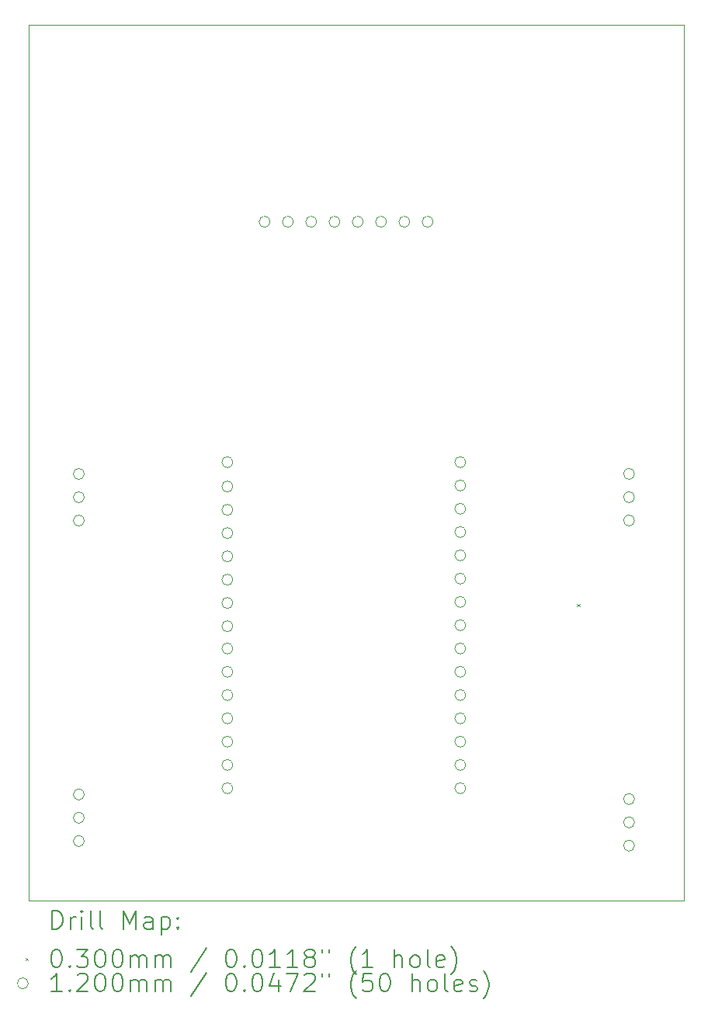
<source format=gbr>
%TF.GenerationSoftware,KiCad,Pcbnew,9.0.4*%
%TF.CreationDate,2025-09-06T12:28:13+03:00*%
%TF.ProjectId,esp32 flight controller,65737033-3220-4666-9c69-67687420636f,rev?*%
%TF.SameCoordinates,Original*%
%TF.FileFunction,Drillmap*%
%TF.FilePolarity,Positive*%
%FSLAX45Y45*%
G04 Gerber Fmt 4.5, Leading zero omitted, Abs format (unit mm)*
G04 Created by KiCad (PCBNEW 9.0.4) date 2025-09-06 12:28:13*
%MOMM*%
%LPD*%
G01*
G04 APERTURE LIST*
%ADD10C,0.038100*%
%ADD11C,0.200000*%
%ADD12C,0.100000*%
%ADD13C,0.120000*%
G04 APERTURE END LIST*
D10*
X8000000Y-3050000D02*
X8000000Y-4100000D01*
X15150000Y-3050000D02*
X8000000Y-3050000D01*
X15150000Y-4100000D02*
X15150000Y-3050000D01*
X8000000Y-4100000D02*
X8000000Y-12600000D01*
X15150000Y-12600000D02*
X15150000Y-4100000D01*
X8000000Y-12600000D02*
X15150000Y-12600000D01*
D11*
D12*
X13985000Y-9365000D02*
X14015000Y-9395000D01*
X14015000Y-9365000D02*
X13985000Y-9395000D01*
D13*
X8610000Y-7950000D02*
G75*
G02*
X8490000Y-7950000I-60000J0D01*
G01*
X8490000Y-7950000D02*
G75*
G02*
X8610000Y-7950000I60000J0D01*
G01*
X8610000Y-8204000D02*
G75*
G02*
X8490000Y-8204000I-60000J0D01*
G01*
X8490000Y-8204000D02*
G75*
G02*
X8610000Y-8204000I60000J0D01*
G01*
X8610000Y-8458000D02*
G75*
G02*
X8490000Y-8458000I-60000J0D01*
G01*
X8490000Y-8458000D02*
G75*
G02*
X8610000Y-8458000I60000J0D01*
G01*
X8610000Y-11446000D02*
G75*
G02*
X8490000Y-11446000I-60000J0D01*
G01*
X8490000Y-11446000D02*
G75*
G02*
X8610000Y-11446000I60000J0D01*
G01*
X8610000Y-11700000D02*
G75*
G02*
X8490000Y-11700000I-60000J0D01*
G01*
X8490000Y-11700000D02*
G75*
G02*
X8610000Y-11700000I60000J0D01*
G01*
X8610000Y-11954000D02*
G75*
G02*
X8490000Y-11954000I-60000J0D01*
G01*
X8490000Y-11954000D02*
G75*
G02*
X8610000Y-11954000I60000J0D01*
G01*
X10230000Y-7822000D02*
G75*
G02*
X10110000Y-7822000I-60000J0D01*
G01*
X10110000Y-7822000D02*
G75*
G02*
X10230000Y-7822000I60000J0D01*
G01*
X10230000Y-8088000D02*
G75*
G02*
X10110000Y-8088000I-60000J0D01*
G01*
X10110000Y-8088000D02*
G75*
G02*
X10230000Y-8088000I60000J0D01*
G01*
X10230000Y-8342000D02*
G75*
G02*
X10110000Y-8342000I-60000J0D01*
G01*
X10110000Y-8342000D02*
G75*
G02*
X10230000Y-8342000I60000J0D01*
G01*
X10230000Y-8596000D02*
G75*
G02*
X10110000Y-8596000I-60000J0D01*
G01*
X10110000Y-8596000D02*
G75*
G02*
X10230000Y-8596000I60000J0D01*
G01*
X10230000Y-8850000D02*
G75*
G02*
X10110000Y-8850000I-60000J0D01*
G01*
X10110000Y-8850000D02*
G75*
G02*
X10230000Y-8850000I60000J0D01*
G01*
X10230000Y-9104000D02*
G75*
G02*
X10110000Y-9104000I-60000J0D01*
G01*
X10110000Y-9104000D02*
G75*
G02*
X10230000Y-9104000I60000J0D01*
G01*
X10230000Y-9358000D02*
G75*
G02*
X10110000Y-9358000I-60000J0D01*
G01*
X10110000Y-9358000D02*
G75*
G02*
X10230000Y-9358000I60000J0D01*
G01*
X10230000Y-9612000D02*
G75*
G02*
X10110000Y-9612000I-60000J0D01*
G01*
X10110000Y-9612000D02*
G75*
G02*
X10230000Y-9612000I60000J0D01*
G01*
X10230000Y-9854000D02*
G75*
G02*
X10110000Y-9854000I-60000J0D01*
G01*
X10110000Y-9854000D02*
G75*
G02*
X10230000Y-9854000I60000J0D01*
G01*
X10230000Y-10108000D02*
G75*
G02*
X10110000Y-10108000I-60000J0D01*
G01*
X10110000Y-10108000D02*
G75*
G02*
X10230000Y-10108000I60000J0D01*
G01*
X10230000Y-10362000D02*
G75*
G02*
X10110000Y-10362000I-60000J0D01*
G01*
X10110000Y-10362000D02*
G75*
G02*
X10230000Y-10362000I60000J0D01*
G01*
X10230000Y-10616000D02*
G75*
G02*
X10110000Y-10616000I-60000J0D01*
G01*
X10110000Y-10616000D02*
G75*
G02*
X10230000Y-10616000I60000J0D01*
G01*
X10230000Y-10870000D02*
G75*
G02*
X10110000Y-10870000I-60000J0D01*
G01*
X10110000Y-10870000D02*
G75*
G02*
X10230000Y-10870000I60000J0D01*
G01*
X10230000Y-11124000D02*
G75*
G02*
X10110000Y-11124000I-60000J0D01*
G01*
X10110000Y-11124000D02*
G75*
G02*
X10230000Y-11124000I60000J0D01*
G01*
X10230000Y-11378000D02*
G75*
G02*
X10110000Y-11378000I-60000J0D01*
G01*
X10110000Y-11378000D02*
G75*
G02*
X10230000Y-11378000I60000J0D01*
G01*
X10636000Y-5200000D02*
G75*
G02*
X10516000Y-5200000I-60000J0D01*
G01*
X10516000Y-5200000D02*
G75*
G02*
X10636000Y-5200000I60000J0D01*
G01*
X10890000Y-5200000D02*
G75*
G02*
X10770000Y-5200000I-60000J0D01*
G01*
X10770000Y-5200000D02*
G75*
G02*
X10890000Y-5200000I60000J0D01*
G01*
X11144000Y-5200000D02*
G75*
G02*
X11024000Y-5200000I-60000J0D01*
G01*
X11024000Y-5200000D02*
G75*
G02*
X11144000Y-5200000I60000J0D01*
G01*
X11398000Y-5200000D02*
G75*
G02*
X11278000Y-5200000I-60000J0D01*
G01*
X11278000Y-5200000D02*
G75*
G02*
X11398000Y-5200000I60000J0D01*
G01*
X11652000Y-5200000D02*
G75*
G02*
X11532000Y-5200000I-60000J0D01*
G01*
X11532000Y-5200000D02*
G75*
G02*
X11652000Y-5200000I60000J0D01*
G01*
X11906000Y-5200000D02*
G75*
G02*
X11786000Y-5200000I-60000J0D01*
G01*
X11786000Y-5200000D02*
G75*
G02*
X11906000Y-5200000I60000J0D01*
G01*
X12160000Y-5200000D02*
G75*
G02*
X12040000Y-5200000I-60000J0D01*
G01*
X12040000Y-5200000D02*
G75*
G02*
X12160000Y-5200000I60000J0D01*
G01*
X12414000Y-5200000D02*
G75*
G02*
X12294000Y-5200000I-60000J0D01*
G01*
X12294000Y-5200000D02*
G75*
G02*
X12414000Y-5200000I60000J0D01*
G01*
X12770000Y-7822000D02*
G75*
G02*
X12650000Y-7822000I-60000J0D01*
G01*
X12650000Y-7822000D02*
G75*
G02*
X12770000Y-7822000I60000J0D01*
G01*
X12770000Y-8076000D02*
G75*
G02*
X12650000Y-8076000I-60000J0D01*
G01*
X12650000Y-8076000D02*
G75*
G02*
X12770000Y-8076000I60000J0D01*
G01*
X12770000Y-8330000D02*
G75*
G02*
X12650000Y-8330000I-60000J0D01*
G01*
X12650000Y-8330000D02*
G75*
G02*
X12770000Y-8330000I60000J0D01*
G01*
X12770000Y-8584000D02*
G75*
G02*
X12650000Y-8584000I-60000J0D01*
G01*
X12650000Y-8584000D02*
G75*
G02*
X12770000Y-8584000I60000J0D01*
G01*
X12770000Y-8838000D02*
G75*
G02*
X12650000Y-8838000I-60000J0D01*
G01*
X12650000Y-8838000D02*
G75*
G02*
X12770000Y-8838000I60000J0D01*
G01*
X12770000Y-9092000D02*
G75*
G02*
X12650000Y-9092000I-60000J0D01*
G01*
X12650000Y-9092000D02*
G75*
G02*
X12770000Y-9092000I60000J0D01*
G01*
X12770000Y-9346000D02*
G75*
G02*
X12650000Y-9346000I-60000J0D01*
G01*
X12650000Y-9346000D02*
G75*
G02*
X12770000Y-9346000I60000J0D01*
G01*
X12770000Y-9600000D02*
G75*
G02*
X12650000Y-9600000I-60000J0D01*
G01*
X12650000Y-9600000D02*
G75*
G02*
X12770000Y-9600000I60000J0D01*
G01*
X12770000Y-9854000D02*
G75*
G02*
X12650000Y-9854000I-60000J0D01*
G01*
X12650000Y-9854000D02*
G75*
G02*
X12770000Y-9854000I60000J0D01*
G01*
X12770000Y-10108000D02*
G75*
G02*
X12650000Y-10108000I-60000J0D01*
G01*
X12650000Y-10108000D02*
G75*
G02*
X12770000Y-10108000I60000J0D01*
G01*
X12770000Y-10362000D02*
G75*
G02*
X12650000Y-10362000I-60000J0D01*
G01*
X12650000Y-10362000D02*
G75*
G02*
X12770000Y-10362000I60000J0D01*
G01*
X12770000Y-10616000D02*
G75*
G02*
X12650000Y-10616000I-60000J0D01*
G01*
X12650000Y-10616000D02*
G75*
G02*
X12770000Y-10616000I60000J0D01*
G01*
X12770000Y-10870000D02*
G75*
G02*
X12650000Y-10870000I-60000J0D01*
G01*
X12650000Y-10870000D02*
G75*
G02*
X12770000Y-10870000I60000J0D01*
G01*
X12770000Y-11124000D02*
G75*
G02*
X12650000Y-11124000I-60000J0D01*
G01*
X12650000Y-11124000D02*
G75*
G02*
X12770000Y-11124000I60000J0D01*
G01*
X12770000Y-11378000D02*
G75*
G02*
X12650000Y-11378000I-60000J0D01*
G01*
X12650000Y-11378000D02*
G75*
G02*
X12770000Y-11378000I60000J0D01*
G01*
X14610000Y-7950000D02*
G75*
G02*
X14490000Y-7950000I-60000J0D01*
G01*
X14490000Y-7950000D02*
G75*
G02*
X14610000Y-7950000I60000J0D01*
G01*
X14610000Y-8204000D02*
G75*
G02*
X14490000Y-8204000I-60000J0D01*
G01*
X14490000Y-8204000D02*
G75*
G02*
X14610000Y-8204000I60000J0D01*
G01*
X14610000Y-8458000D02*
G75*
G02*
X14490000Y-8458000I-60000J0D01*
G01*
X14490000Y-8458000D02*
G75*
G02*
X14610000Y-8458000I60000J0D01*
G01*
X14610000Y-11496000D02*
G75*
G02*
X14490000Y-11496000I-60000J0D01*
G01*
X14490000Y-11496000D02*
G75*
G02*
X14610000Y-11496000I60000J0D01*
G01*
X14610000Y-11750000D02*
G75*
G02*
X14490000Y-11750000I-60000J0D01*
G01*
X14490000Y-11750000D02*
G75*
G02*
X14610000Y-11750000I60000J0D01*
G01*
X14610000Y-12004000D02*
G75*
G02*
X14490000Y-12004000I-60000J0D01*
G01*
X14490000Y-12004000D02*
G75*
G02*
X14610000Y-12004000I60000J0D01*
G01*
D11*
X8258872Y-12913389D02*
X8258872Y-12713389D01*
X8258872Y-12713389D02*
X8306491Y-12713389D01*
X8306491Y-12713389D02*
X8335062Y-12722913D01*
X8335062Y-12722913D02*
X8354110Y-12741960D01*
X8354110Y-12741960D02*
X8363634Y-12761008D01*
X8363634Y-12761008D02*
X8373157Y-12799103D01*
X8373157Y-12799103D02*
X8373157Y-12827674D01*
X8373157Y-12827674D02*
X8363634Y-12865770D01*
X8363634Y-12865770D02*
X8354110Y-12884817D01*
X8354110Y-12884817D02*
X8335062Y-12903865D01*
X8335062Y-12903865D02*
X8306491Y-12913389D01*
X8306491Y-12913389D02*
X8258872Y-12913389D01*
X8458872Y-12913389D02*
X8458872Y-12780055D01*
X8458872Y-12818151D02*
X8468396Y-12799103D01*
X8468396Y-12799103D02*
X8477919Y-12789579D01*
X8477919Y-12789579D02*
X8496967Y-12780055D01*
X8496967Y-12780055D02*
X8516015Y-12780055D01*
X8582681Y-12913389D02*
X8582681Y-12780055D01*
X8582681Y-12713389D02*
X8573158Y-12722913D01*
X8573158Y-12722913D02*
X8582681Y-12732436D01*
X8582681Y-12732436D02*
X8592205Y-12722913D01*
X8592205Y-12722913D02*
X8582681Y-12713389D01*
X8582681Y-12713389D02*
X8582681Y-12732436D01*
X8706491Y-12913389D02*
X8687443Y-12903865D01*
X8687443Y-12903865D02*
X8677919Y-12884817D01*
X8677919Y-12884817D02*
X8677919Y-12713389D01*
X8811253Y-12913389D02*
X8792205Y-12903865D01*
X8792205Y-12903865D02*
X8782681Y-12884817D01*
X8782681Y-12884817D02*
X8782681Y-12713389D01*
X9039824Y-12913389D02*
X9039824Y-12713389D01*
X9039824Y-12713389D02*
X9106491Y-12856246D01*
X9106491Y-12856246D02*
X9173158Y-12713389D01*
X9173158Y-12713389D02*
X9173158Y-12913389D01*
X9354110Y-12913389D02*
X9354110Y-12808627D01*
X9354110Y-12808627D02*
X9344586Y-12789579D01*
X9344586Y-12789579D02*
X9325539Y-12780055D01*
X9325539Y-12780055D02*
X9287443Y-12780055D01*
X9287443Y-12780055D02*
X9268396Y-12789579D01*
X9354110Y-12903865D02*
X9335062Y-12913389D01*
X9335062Y-12913389D02*
X9287443Y-12913389D01*
X9287443Y-12913389D02*
X9268396Y-12903865D01*
X9268396Y-12903865D02*
X9258872Y-12884817D01*
X9258872Y-12884817D02*
X9258872Y-12865770D01*
X9258872Y-12865770D02*
X9268396Y-12846722D01*
X9268396Y-12846722D02*
X9287443Y-12837198D01*
X9287443Y-12837198D02*
X9335062Y-12837198D01*
X9335062Y-12837198D02*
X9354110Y-12827674D01*
X9449348Y-12780055D02*
X9449348Y-12980055D01*
X9449348Y-12789579D02*
X9468396Y-12780055D01*
X9468396Y-12780055D02*
X9506491Y-12780055D01*
X9506491Y-12780055D02*
X9525539Y-12789579D01*
X9525539Y-12789579D02*
X9535062Y-12799103D01*
X9535062Y-12799103D02*
X9544586Y-12818151D01*
X9544586Y-12818151D02*
X9544586Y-12875293D01*
X9544586Y-12875293D02*
X9535062Y-12894341D01*
X9535062Y-12894341D02*
X9525539Y-12903865D01*
X9525539Y-12903865D02*
X9506491Y-12913389D01*
X9506491Y-12913389D02*
X9468396Y-12913389D01*
X9468396Y-12913389D02*
X9449348Y-12903865D01*
X9630300Y-12894341D02*
X9639824Y-12903865D01*
X9639824Y-12903865D02*
X9630300Y-12913389D01*
X9630300Y-12913389D02*
X9620777Y-12903865D01*
X9620777Y-12903865D02*
X9630300Y-12894341D01*
X9630300Y-12894341D02*
X9630300Y-12913389D01*
X9630300Y-12789579D02*
X9639824Y-12799103D01*
X9639824Y-12799103D02*
X9630300Y-12808627D01*
X9630300Y-12808627D02*
X9620777Y-12799103D01*
X9620777Y-12799103D02*
X9630300Y-12789579D01*
X9630300Y-12789579D02*
X9630300Y-12808627D01*
D12*
X7968095Y-13226905D02*
X7998095Y-13256905D01*
X7998095Y-13226905D02*
X7968095Y-13256905D01*
D11*
X8296967Y-13133389D02*
X8316015Y-13133389D01*
X8316015Y-13133389D02*
X8335062Y-13142913D01*
X8335062Y-13142913D02*
X8344586Y-13152436D01*
X8344586Y-13152436D02*
X8354110Y-13171484D01*
X8354110Y-13171484D02*
X8363634Y-13209579D01*
X8363634Y-13209579D02*
X8363634Y-13257198D01*
X8363634Y-13257198D02*
X8354110Y-13295293D01*
X8354110Y-13295293D02*
X8344586Y-13314341D01*
X8344586Y-13314341D02*
X8335062Y-13323865D01*
X8335062Y-13323865D02*
X8316015Y-13333389D01*
X8316015Y-13333389D02*
X8296967Y-13333389D01*
X8296967Y-13333389D02*
X8277919Y-13323865D01*
X8277919Y-13323865D02*
X8268396Y-13314341D01*
X8268396Y-13314341D02*
X8258872Y-13295293D01*
X8258872Y-13295293D02*
X8249348Y-13257198D01*
X8249348Y-13257198D02*
X8249348Y-13209579D01*
X8249348Y-13209579D02*
X8258872Y-13171484D01*
X8258872Y-13171484D02*
X8268396Y-13152436D01*
X8268396Y-13152436D02*
X8277919Y-13142913D01*
X8277919Y-13142913D02*
X8296967Y-13133389D01*
X8449348Y-13314341D02*
X8458872Y-13323865D01*
X8458872Y-13323865D02*
X8449348Y-13333389D01*
X8449348Y-13333389D02*
X8439824Y-13323865D01*
X8439824Y-13323865D02*
X8449348Y-13314341D01*
X8449348Y-13314341D02*
X8449348Y-13333389D01*
X8525539Y-13133389D02*
X8649348Y-13133389D01*
X8649348Y-13133389D02*
X8582681Y-13209579D01*
X8582681Y-13209579D02*
X8611253Y-13209579D01*
X8611253Y-13209579D02*
X8630300Y-13219103D01*
X8630300Y-13219103D02*
X8639824Y-13228627D01*
X8639824Y-13228627D02*
X8649348Y-13247674D01*
X8649348Y-13247674D02*
X8649348Y-13295293D01*
X8649348Y-13295293D02*
X8639824Y-13314341D01*
X8639824Y-13314341D02*
X8630300Y-13323865D01*
X8630300Y-13323865D02*
X8611253Y-13333389D01*
X8611253Y-13333389D02*
X8554110Y-13333389D01*
X8554110Y-13333389D02*
X8535062Y-13323865D01*
X8535062Y-13323865D02*
X8525539Y-13314341D01*
X8773158Y-13133389D02*
X8792205Y-13133389D01*
X8792205Y-13133389D02*
X8811253Y-13142913D01*
X8811253Y-13142913D02*
X8820777Y-13152436D01*
X8820777Y-13152436D02*
X8830300Y-13171484D01*
X8830300Y-13171484D02*
X8839824Y-13209579D01*
X8839824Y-13209579D02*
X8839824Y-13257198D01*
X8839824Y-13257198D02*
X8830300Y-13295293D01*
X8830300Y-13295293D02*
X8820777Y-13314341D01*
X8820777Y-13314341D02*
X8811253Y-13323865D01*
X8811253Y-13323865D02*
X8792205Y-13333389D01*
X8792205Y-13333389D02*
X8773158Y-13333389D01*
X8773158Y-13333389D02*
X8754110Y-13323865D01*
X8754110Y-13323865D02*
X8744586Y-13314341D01*
X8744586Y-13314341D02*
X8735062Y-13295293D01*
X8735062Y-13295293D02*
X8725539Y-13257198D01*
X8725539Y-13257198D02*
X8725539Y-13209579D01*
X8725539Y-13209579D02*
X8735062Y-13171484D01*
X8735062Y-13171484D02*
X8744586Y-13152436D01*
X8744586Y-13152436D02*
X8754110Y-13142913D01*
X8754110Y-13142913D02*
X8773158Y-13133389D01*
X8963634Y-13133389D02*
X8982681Y-13133389D01*
X8982681Y-13133389D02*
X9001729Y-13142913D01*
X9001729Y-13142913D02*
X9011253Y-13152436D01*
X9011253Y-13152436D02*
X9020777Y-13171484D01*
X9020777Y-13171484D02*
X9030300Y-13209579D01*
X9030300Y-13209579D02*
X9030300Y-13257198D01*
X9030300Y-13257198D02*
X9020777Y-13295293D01*
X9020777Y-13295293D02*
X9011253Y-13314341D01*
X9011253Y-13314341D02*
X9001729Y-13323865D01*
X9001729Y-13323865D02*
X8982681Y-13333389D01*
X8982681Y-13333389D02*
X8963634Y-13333389D01*
X8963634Y-13333389D02*
X8944586Y-13323865D01*
X8944586Y-13323865D02*
X8935062Y-13314341D01*
X8935062Y-13314341D02*
X8925539Y-13295293D01*
X8925539Y-13295293D02*
X8916015Y-13257198D01*
X8916015Y-13257198D02*
X8916015Y-13209579D01*
X8916015Y-13209579D02*
X8925539Y-13171484D01*
X8925539Y-13171484D02*
X8935062Y-13152436D01*
X8935062Y-13152436D02*
X8944586Y-13142913D01*
X8944586Y-13142913D02*
X8963634Y-13133389D01*
X9116015Y-13333389D02*
X9116015Y-13200055D01*
X9116015Y-13219103D02*
X9125539Y-13209579D01*
X9125539Y-13209579D02*
X9144586Y-13200055D01*
X9144586Y-13200055D02*
X9173158Y-13200055D01*
X9173158Y-13200055D02*
X9192205Y-13209579D01*
X9192205Y-13209579D02*
X9201729Y-13228627D01*
X9201729Y-13228627D02*
X9201729Y-13333389D01*
X9201729Y-13228627D02*
X9211253Y-13209579D01*
X9211253Y-13209579D02*
X9230300Y-13200055D01*
X9230300Y-13200055D02*
X9258872Y-13200055D01*
X9258872Y-13200055D02*
X9277920Y-13209579D01*
X9277920Y-13209579D02*
X9287443Y-13228627D01*
X9287443Y-13228627D02*
X9287443Y-13333389D01*
X9382681Y-13333389D02*
X9382681Y-13200055D01*
X9382681Y-13219103D02*
X9392205Y-13209579D01*
X9392205Y-13209579D02*
X9411253Y-13200055D01*
X9411253Y-13200055D02*
X9439824Y-13200055D01*
X9439824Y-13200055D02*
X9458872Y-13209579D01*
X9458872Y-13209579D02*
X9468396Y-13228627D01*
X9468396Y-13228627D02*
X9468396Y-13333389D01*
X9468396Y-13228627D02*
X9477920Y-13209579D01*
X9477920Y-13209579D02*
X9496967Y-13200055D01*
X9496967Y-13200055D02*
X9525539Y-13200055D01*
X9525539Y-13200055D02*
X9544586Y-13209579D01*
X9544586Y-13209579D02*
X9554110Y-13228627D01*
X9554110Y-13228627D02*
X9554110Y-13333389D01*
X9944586Y-13123865D02*
X9773158Y-13381008D01*
X10201729Y-13133389D02*
X10220777Y-13133389D01*
X10220777Y-13133389D02*
X10239824Y-13142913D01*
X10239824Y-13142913D02*
X10249348Y-13152436D01*
X10249348Y-13152436D02*
X10258872Y-13171484D01*
X10258872Y-13171484D02*
X10268396Y-13209579D01*
X10268396Y-13209579D02*
X10268396Y-13257198D01*
X10268396Y-13257198D02*
X10258872Y-13295293D01*
X10258872Y-13295293D02*
X10249348Y-13314341D01*
X10249348Y-13314341D02*
X10239824Y-13323865D01*
X10239824Y-13323865D02*
X10220777Y-13333389D01*
X10220777Y-13333389D02*
X10201729Y-13333389D01*
X10201729Y-13333389D02*
X10182682Y-13323865D01*
X10182682Y-13323865D02*
X10173158Y-13314341D01*
X10173158Y-13314341D02*
X10163634Y-13295293D01*
X10163634Y-13295293D02*
X10154110Y-13257198D01*
X10154110Y-13257198D02*
X10154110Y-13209579D01*
X10154110Y-13209579D02*
X10163634Y-13171484D01*
X10163634Y-13171484D02*
X10173158Y-13152436D01*
X10173158Y-13152436D02*
X10182682Y-13142913D01*
X10182682Y-13142913D02*
X10201729Y-13133389D01*
X10354110Y-13314341D02*
X10363634Y-13323865D01*
X10363634Y-13323865D02*
X10354110Y-13333389D01*
X10354110Y-13333389D02*
X10344586Y-13323865D01*
X10344586Y-13323865D02*
X10354110Y-13314341D01*
X10354110Y-13314341D02*
X10354110Y-13333389D01*
X10487443Y-13133389D02*
X10506491Y-13133389D01*
X10506491Y-13133389D02*
X10525539Y-13142913D01*
X10525539Y-13142913D02*
X10535063Y-13152436D01*
X10535063Y-13152436D02*
X10544586Y-13171484D01*
X10544586Y-13171484D02*
X10554110Y-13209579D01*
X10554110Y-13209579D02*
X10554110Y-13257198D01*
X10554110Y-13257198D02*
X10544586Y-13295293D01*
X10544586Y-13295293D02*
X10535063Y-13314341D01*
X10535063Y-13314341D02*
X10525539Y-13323865D01*
X10525539Y-13323865D02*
X10506491Y-13333389D01*
X10506491Y-13333389D02*
X10487443Y-13333389D01*
X10487443Y-13333389D02*
X10468396Y-13323865D01*
X10468396Y-13323865D02*
X10458872Y-13314341D01*
X10458872Y-13314341D02*
X10449348Y-13295293D01*
X10449348Y-13295293D02*
X10439824Y-13257198D01*
X10439824Y-13257198D02*
X10439824Y-13209579D01*
X10439824Y-13209579D02*
X10449348Y-13171484D01*
X10449348Y-13171484D02*
X10458872Y-13152436D01*
X10458872Y-13152436D02*
X10468396Y-13142913D01*
X10468396Y-13142913D02*
X10487443Y-13133389D01*
X10744586Y-13333389D02*
X10630301Y-13333389D01*
X10687443Y-13333389D02*
X10687443Y-13133389D01*
X10687443Y-13133389D02*
X10668396Y-13161960D01*
X10668396Y-13161960D02*
X10649348Y-13181008D01*
X10649348Y-13181008D02*
X10630301Y-13190532D01*
X10935063Y-13333389D02*
X10820777Y-13333389D01*
X10877920Y-13333389D02*
X10877920Y-13133389D01*
X10877920Y-13133389D02*
X10858872Y-13161960D01*
X10858872Y-13161960D02*
X10839824Y-13181008D01*
X10839824Y-13181008D02*
X10820777Y-13190532D01*
X11049348Y-13219103D02*
X11030301Y-13209579D01*
X11030301Y-13209579D02*
X11020777Y-13200055D01*
X11020777Y-13200055D02*
X11011253Y-13181008D01*
X11011253Y-13181008D02*
X11011253Y-13171484D01*
X11011253Y-13171484D02*
X11020777Y-13152436D01*
X11020777Y-13152436D02*
X11030301Y-13142913D01*
X11030301Y-13142913D02*
X11049348Y-13133389D01*
X11049348Y-13133389D02*
X11087444Y-13133389D01*
X11087444Y-13133389D02*
X11106491Y-13142913D01*
X11106491Y-13142913D02*
X11116015Y-13152436D01*
X11116015Y-13152436D02*
X11125539Y-13171484D01*
X11125539Y-13171484D02*
X11125539Y-13181008D01*
X11125539Y-13181008D02*
X11116015Y-13200055D01*
X11116015Y-13200055D02*
X11106491Y-13209579D01*
X11106491Y-13209579D02*
X11087444Y-13219103D01*
X11087444Y-13219103D02*
X11049348Y-13219103D01*
X11049348Y-13219103D02*
X11030301Y-13228627D01*
X11030301Y-13228627D02*
X11020777Y-13238151D01*
X11020777Y-13238151D02*
X11011253Y-13257198D01*
X11011253Y-13257198D02*
X11011253Y-13295293D01*
X11011253Y-13295293D02*
X11020777Y-13314341D01*
X11020777Y-13314341D02*
X11030301Y-13323865D01*
X11030301Y-13323865D02*
X11049348Y-13333389D01*
X11049348Y-13333389D02*
X11087444Y-13333389D01*
X11087444Y-13333389D02*
X11106491Y-13323865D01*
X11106491Y-13323865D02*
X11116015Y-13314341D01*
X11116015Y-13314341D02*
X11125539Y-13295293D01*
X11125539Y-13295293D02*
X11125539Y-13257198D01*
X11125539Y-13257198D02*
X11116015Y-13238151D01*
X11116015Y-13238151D02*
X11106491Y-13228627D01*
X11106491Y-13228627D02*
X11087444Y-13219103D01*
X11201729Y-13133389D02*
X11201729Y-13171484D01*
X11277920Y-13133389D02*
X11277920Y-13171484D01*
X11573158Y-13409579D02*
X11563634Y-13400055D01*
X11563634Y-13400055D02*
X11544586Y-13371484D01*
X11544586Y-13371484D02*
X11535063Y-13352436D01*
X11535063Y-13352436D02*
X11525539Y-13323865D01*
X11525539Y-13323865D02*
X11516015Y-13276246D01*
X11516015Y-13276246D02*
X11516015Y-13238151D01*
X11516015Y-13238151D02*
X11525539Y-13190532D01*
X11525539Y-13190532D02*
X11535063Y-13161960D01*
X11535063Y-13161960D02*
X11544586Y-13142913D01*
X11544586Y-13142913D02*
X11563634Y-13114341D01*
X11563634Y-13114341D02*
X11573158Y-13104817D01*
X11754110Y-13333389D02*
X11639824Y-13333389D01*
X11696967Y-13333389D02*
X11696967Y-13133389D01*
X11696967Y-13133389D02*
X11677920Y-13161960D01*
X11677920Y-13161960D02*
X11658872Y-13181008D01*
X11658872Y-13181008D02*
X11639824Y-13190532D01*
X11992205Y-13333389D02*
X11992205Y-13133389D01*
X12077920Y-13333389D02*
X12077920Y-13228627D01*
X12077920Y-13228627D02*
X12068396Y-13209579D01*
X12068396Y-13209579D02*
X12049348Y-13200055D01*
X12049348Y-13200055D02*
X12020777Y-13200055D01*
X12020777Y-13200055D02*
X12001729Y-13209579D01*
X12001729Y-13209579D02*
X11992205Y-13219103D01*
X12201729Y-13333389D02*
X12182682Y-13323865D01*
X12182682Y-13323865D02*
X12173158Y-13314341D01*
X12173158Y-13314341D02*
X12163634Y-13295293D01*
X12163634Y-13295293D02*
X12163634Y-13238151D01*
X12163634Y-13238151D02*
X12173158Y-13219103D01*
X12173158Y-13219103D02*
X12182682Y-13209579D01*
X12182682Y-13209579D02*
X12201729Y-13200055D01*
X12201729Y-13200055D02*
X12230301Y-13200055D01*
X12230301Y-13200055D02*
X12249348Y-13209579D01*
X12249348Y-13209579D02*
X12258872Y-13219103D01*
X12258872Y-13219103D02*
X12268396Y-13238151D01*
X12268396Y-13238151D02*
X12268396Y-13295293D01*
X12268396Y-13295293D02*
X12258872Y-13314341D01*
X12258872Y-13314341D02*
X12249348Y-13323865D01*
X12249348Y-13323865D02*
X12230301Y-13333389D01*
X12230301Y-13333389D02*
X12201729Y-13333389D01*
X12382682Y-13333389D02*
X12363634Y-13323865D01*
X12363634Y-13323865D02*
X12354110Y-13304817D01*
X12354110Y-13304817D02*
X12354110Y-13133389D01*
X12535063Y-13323865D02*
X12516015Y-13333389D01*
X12516015Y-13333389D02*
X12477920Y-13333389D01*
X12477920Y-13333389D02*
X12458872Y-13323865D01*
X12458872Y-13323865D02*
X12449348Y-13304817D01*
X12449348Y-13304817D02*
X12449348Y-13228627D01*
X12449348Y-13228627D02*
X12458872Y-13209579D01*
X12458872Y-13209579D02*
X12477920Y-13200055D01*
X12477920Y-13200055D02*
X12516015Y-13200055D01*
X12516015Y-13200055D02*
X12535063Y-13209579D01*
X12535063Y-13209579D02*
X12544586Y-13228627D01*
X12544586Y-13228627D02*
X12544586Y-13247674D01*
X12544586Y-13247674D02*
X12449348Y-13266722D01*
X12611253Y-13409579D02*
X12620777Y-13400055D01*
X12620777Y-13400055D02*
X12639825Y-13371484D01*
X12639825Y-13371484D02*
X12649348Y-13352436D01*
X12649348Y-13352436D02*
X12658872Y-13323865D01*
X12658872Y-13323865D02*
X12668396Y-13276246D01*
X12668396Y-13276246D02*
X12668396Y-13238151D01*
X12668396Y-13238151D02*
X12658872Y-13190532D01*
X12658872Y-13190532D02*
X12649348Y-13161960D01*
X12649348Y-13161960D02*
X12639825Y-13142913D01*
X12639825Y-13142913D02*
X12620777Y-13114341D01*
X12620777Y-13114341D02*
X12611253Y-13104817D01*
D13*
X7998095Y-13505905D02*
G75*
G02*
X7878095Y-13505905I-60000J0D01*
G01*
X7878095Y-13505905D02*
G75*
G02*
X7998095Y-13505905I60000J0D01*
G01*
D11*
X8363634Y-13597389D02*
X8249348Y-13597389D01*
X8306491Y-13597389D02*
X8306491Y-13397389D01*
X8306491Y-13397389D02*
X8287443Y-13425960D01*
X8287443Y-13425960D02*
X8268396Y-13445008D01*
X8268396Y-13445008D02*
X8249348Y-13454532D01*
X8449348Y-13578341D02*
X8458872Y-13587865D01*
X8458872Y-13587865D02*
X8449348Y-13597389D01*
X8449348Y-13597389D02*
X8439824Y-13587865D01*
X8439824Y-13587865D02*
X8449348Y-13578341D01*
X8449348Y-13578341D02*
X8449348Y-13597389D01*
X8535062Y-13416436D02*
X8544586Y-13406913D01*
X8544586Y-13406913D02*
X8563634Y-13397389D01*
X8563634Y-13397389D02*
X8611253Y-13397389D01*
X8611253Y-13397389D02*
X8630300Y-13406913D01*
X8630300Y-13406913D02*
X8639824Y-13416436D01*
X8639824Y-13416436D02*
X8649348Y-13435484D01*
X8649348Y-13435484D02*
X8649348Y-13454532D01*
X8649348Y-13454532D02*
X8639824Y-13483103D01*
X8639824Y-13483103D02*
X8525539Y-13597389D01*
X8525539Y-13597389D02*
X8649348Y-13597389D01*
X8773158Y-13397389D02*
X8792205Y-13397389D01*
X8792205Y-13397389D02*
X8811253Y-13406913D01*
X8811253Y-13406913D02*
X8820777Y-13416436D01*
X8820777Y-13416436D02*
X8830300Y-13435484D01*
X8830300Y-13435484D02*
X8839824Y-13473579D01*
X8839824Y-13473579D02*
X8839824Y-13521198D01*
X8839824Y-13521198D02*
X8830300Y-13559293D01*
X8830300Y-13559293D02*
X8820777Y-13578341D01*
X8820777Y-13578341D02*
X8811253Y-13587865D01*
X8811253Y-13587865D02*
X8792205Y-13597389D01*
X8792205Y-13597389D02*
X8773158Y-13597389D01*
X8773158Y-13597389D02*
X8754110Y-13587865D01*
X8754110Y-13587865D02*
X8744586Y-13578341D01*
X8744586Y-13578341D02*
X8735062Y-13559293D01*
X8735062Y-13559293D02*
X8725539Y-13521198D01*
X8725539Y-13521198D02*
X8725539Y-13473579D01*
X8725539Y-13473579D02*
X8735062Y-13435484D01*
X8735062Y-13435484D02*
X8744586Y-13416436D01*
X8744586Y-13416436D02*
X8754110Y-13406913D01*
X8754110Y-13406913D02*
X8773158Y-13397389D01*
X8963634Y-13397389D02*
X8982681Y-13397389D01*
X8982681Y-13397389D02*
X9001729Y-13406913D01*
X9001729Y-13406913D02*
X9011253Y-13416436D01*
X9011253Y-13416436D02*
X9020777Y-13435484D01*
X9020777Y-13435484D02*
X9030300Y-13473579D01*
X9030300Y-13473579D02*
X9030300Y-13521198D01*
X9030300Y-13521198D02*
X9020777Y-13559293D01*
X9020777Y-13559293D02*
X9011253Y-13578341D01*
X9011253Y-13578341D02*
X9001729Y-13587865D01*
X9001729Y-13587865D02*
X8982681Y-13597389D01*
X8982681Y-13597389D02*
X8963634Y-13597389D01*
X8963634Y-13597389D02*
X8944586Y-13587865D01*
X8944586Y-13587865D02*
X8935062Y-13578341D01*
X8935062Y-13578341D02*
X8925539Y-13559293D01*
X8925539Y-13559293D02*
X8916015Y-13521198D01*
X8916015Y-13521198D02*
X8916015Y-13473579D01*
X8916015Y-13473579D02*
X8925539Y-13435484D01*
X8925539Y-13435484D02*
X8935062Y-13416436D01*
X8935062Y-13416436D02*
X8944586Y-13406913D01*
X8944586Y-13406913D02*
X8963634Y-13397389D01*
X9116015Y-13597389D02*
X9116015Y-13464055D01*
X9116015Y-13483103D02*
X9125539Y-13473579D01*
X9125539Y-13473579D02*
X9144586Y-13464055D01*
X9144586Y-13464055D02*
X9173158Y-13464055D01*
X9173158Y-13464055D02*
X9192205Y-13473579D01*
X9192205Y-13473579D02*
X9201729Y-13492627D01*
X9201729Y-13492627D02*
X9201729Y-13597389D01*
X9201729Y-13492627D02*
X9211253Y-13473579D01*
X9211253Y-13473579D02*
X9230300Y-13464055D01*
X9230300Y-13464055D02*
X9258872Y-13464055D01*
X9258872Y-13464055D02*
X9277920Y-13473579D01*
X9277920Y-13473579D02*
X9287443Y-13492627D01*
X9287443Y-13492627D02*
X9287443Y-13597389D01*
X9382681Y-13597389D02*
X9382681Y-13464055D01*
X9382681Y-13483103D02*
X9392205Y-13473579D01*
X9392205Y-13473579D02*
X9411253Y-13464055D01*
X9411253Y-13464055D02*
X9439824Y-13464055D01*
X9439824Y-13464055D02*
X9458872Y-13473579D01*
X9458872Y-13473579D02*
X9468396Y-13492627D01*
X9468396Y-13492627D02*
X9468396Y-13597389D01*
X9468396Y-13492627D02*
X9477920Y-13473579D01*
X9477920Y-13473579D02*
X9496967Y-13464055D01*
X9496967Y-13464055D02*
X9525539Y-13464055D01*
X9525539Y-13464055D02*
X9544586Y-13473579D01*
X9544586Y-13473579D02*
X9554110Y-13492627D01*
X9554110Y-13492627D02*
X9554110Y-13597389D01*
X9944586Y-13387865D02*
X9773158Y-13645008D01*
X10201729Y-13397389D02*
X10220777Y-13397389D01*
X10220777Y-13397389D02*
X10239824Y-13406913D01*
X10239824Y-13406913D02*
X10249348Y-13416436D01*
X10249348Y-13416436D02*
X10258872Y-13435484D01*
X10258872Y-13435484D02*
X10268396Y-13473579D01*
X10268396Y-13473579D02*
X10268396Y-13521198D01*
X10268396Y-13521198D02*
X10258872Y-13559293D01*
X10258872Y-13559293D02*
X10249348Y-13578341D01*
X10249348Y-13578341D02*
X10239824Y-13587865D01*
X10239824Y-13587865D02*
X10220777Y-13597389D01*
X10220777Y-13597389D02*
X10201729Y-13597389D01*
X10201729Y-13597389D02*
X10182682Y-13587865D01*
X10182682Y-13587865D02*
X10173158Y-13578341D01*
X10173158Y-13578341D02*
X10163634Y-13559293D01*
X10163634Y-13559293D02*
X10154110Y-13521198D01*
X10154110Y-13521198D02*
X10154110Y-13473579D01*
X10154110Y-13473579D02*
X10163634Y-13435484D01*
X10163634Y-13435484D02*
X10173158Y-13416436D01*
X10173158Y-13416436D02*
X10182682Y-13406913D01*
X10182682Y-13406913D02*
X10201729Y-13397389D01*
X10354110Y-13578341D02*
X10363634Y-13587865D01*
X10363634Y-13587865D02*
X10354110Y-13597389D01*
X10354110Y-13597389D02*
X10344586Y-13587865D01*
X10344586Y-13587865D02*
X10354110Y-13578341D01*
X10354110Y-13578341D02*
X10354110Y-13597389D01*
X10487443Y-13397389D02*
X10506491Y-13397389D01*
X10506491Y-13397389D02*
X10525539Y-13406913D01*
X10525539Y-13406913D02*
X10535063Y-13416436D01*
X10535063Y-13416436D02*
X10544586Y-13435484D01*
X10544586Y-13435484D02*
X10554110Y-13473579D01*
X10554110Y-13473579D02*
X10554110Y-13521198D01*
X10554110Y-13521198D02*
X10544586Y-13559293D01*
X10544586Y-13559293D02*
X10535063Y-13578341D01*
X10535063Y-13578341D02*
X10525539Y-13587865D01*
X10525539Y-13587865D02*
X10506491Y-13597389D01*
X10506491Y-13597389D02*
X10487443Y-13597389D01*
X10487443Y-13597389D02*
X10468396Y-13587865D01*
X10468396Y-13587865D02*
X10458872Y-13578341D01*
X10458872Y-13578341D02*
X10449348Y-13559293D01*
X10449348Y-13559293D02*
X10439824Y-13521198D01*
X10439824Y-13521198D02*
X10439824Y-13473579D01*
X10439824Y-13473579D02*
X10449348Y-13435484D01*
X10449348Y-13435484D02*
X10458872Y-13416436D01*
X10458872Y-13416436D02*
X10468396Y-13406913D01*
X10468396Y-13406913D02*
X10487443Y-13397389D01*
X10725539Y-13464055D02*
X10725539Y-13597389D01*
X10677920Y-13387865D02*
X10630301Y-13530722D01*
X10630301Y-13530722D02*
X10754110Y-13530722D01*
X10811253Y-13397389D02*
X10944586Y-13397389D01*
X10944586Y-13397389D02*
X10858872Y-13597389D01*
X11011253Y-13416436D02*
X11020777Y-13406913D01*
X11020777Y-13406913D02*
X11039824Y-13397389D01*
X11039824Y-13397389D02*
X11087444Y-13397389D01*
X11087444Y-13397389D02*
X11106491Y-13406913D01*
X11106491Y-13406913D02*
X11116015Y-13416436D01*
X11116015Y-13416436D02*
X11125539Y-13435484D01*
X11125539Y-13435484D02*
X11125539Y-13454532D01*
X11125539Y-13454532D02*
X11116015Y-13483103D01*
X11116015Y-13483103D02*
X11001729Y-13597389D01*
X11001729Y-13597389D02*
X11125539Y-13597389D01*
X11201729Y-13397389D02*
X11201729Y-13435484D01*
X11277920Y-13397389D02*
X11277920Y-13435484D01*
X11573158Y-13673579D02*
X11563634Y-13664055D01*
X11563634Y-13664055D02*
X11544586Y-13635484D01*
X11544586Y-13635484D02*
X11535063Y-13616436D01*
X11535063Y-13616436D02*
X11525539Y-13587865D01*
X11525539Y-13587865D02*
X11516015Y-13540246D01*
X11516015Y-13540246D02*
X11516015Y-13502151D01*
X11516015Y-13502151D02*
X11525539Y-13454532D01*
X11525539Y-13454532D02*
X11535063Y-13425960D01*
X11535063Y-13425960D02*
X11544586Y-13406913D01*
X11544586Y-13406913D02*
X11563634Y-13378341D01*
X11563634Y-13378341D02*
X11573158Y-13368817D01*
X11744586Y-13397389D02*
X11649348Y-13397389D01*
X11649348Y-13397389D02*
X11639824Y-13492627D01*
X11639824Y-13492627D02*
X11649348Y-13483103D01*
X11649348Y-13483103D02*
X11668396Y-13473579D01*
X11668396Y-13473579D02*
X11716015Y-13473579D01*
X11716015Y-13473579D02*
X11735063Y-13483103D01*
X11735063Y-13483103D02*
X11744586Y-13492627D01*
X11744586Y-13492627D02*
X11754110Y-13511674D01*
X11754110Y-13511674D02*
X11754110Y-13559293D01*
X11754110Y-13559293D02*
X11744586Y-13578341D01*
X11744586Y-13578341D02*
X11735063Y-13587865D01*
X11735063Y-13587865D02*
X11716015Y-13597389D01*
X11716015Y-13597389D02*
X11668396Y-13597389D01*
X11668396Y-13597389D02*
X11649348Y-13587865D01*
X11649348Y-13587865D02*
X11639824Y-13578341D01*
X11877920Y-13397389D02*
X11896967Y-13397389D01*
X11896967Y-13397389D02*
X11916015Y-13406913D01*
X11916015Y-13406913D02*
X11925539Y-13416436D01*
X11925539Y-13416436D02*
X11935063Y-13435484D01*
X11935063Y-13435484D02*
X11944586Y-13473579D01*
X11944586Y-13473579D02*
X11944586Y-13521198D01*
X11944586Y-13521198D02*
X11935063Y-13559293D01*
X11935063Y-13559293D02*
X11925539Y-13578341D01*
X11925539Y-13578341D02*
X11916015Y-13587865D01*
X11916015Y-13587865D02*
X11896967Y-13597389D01*
X11896967Y-13597389D02*
X11877920Y-13597389D01*
X11877920Y-13597389D02*
X11858872Y-13587865D01*
X11858872Y-13587865D02*
X11849348Y-13578341D01*
X11849348Y-13578341D02*
X11839824Y-13559293D01*
X11839824Y-13559293D02*
X11830301Y-13521198D01*
X11830301Y-13521198D02*
X11830301Y-13473579D01*
X11830301Y-13473579D02*
X11839824Y-13435484D01*
X11839824Y-13435484D02*
X11849348Y-13416436D01*
X11849348Y-13416436D02*
X11858872Y-13406913D01*
X11858872Y-13406913D02*
X11877920Y-13397389D01*
X12182682Y-13597389D02*
X12182682Y-13397389D01*
X12268396Y-13597389D02*
X12268396Y-13492627D01*
X12268396Y-13492627D02*
X12258872Y-13473579D01*
X12258872Y-13473579D02*
X12239825Y-13464055D01*
X12239825Y-13464055D02*
X12211253Y-13464055D01*
X12211253Y-13464055D02*
X12192205Y-13473579D01*
X12192205Y-13473579D02*
X12182682Y-13483103D01*
X12392205Y-13597389D02*
X12373158Y-13587865D01*
X12373158Y-13587865D02*
X12363634Y-13578341D01*
X12363634Y-13578341D02*
X12354110Y-13559293D01*
X12354110Y-13559293D02*
X12354110Y-13502151D01*
X12354110Y-13502151D02*
X12363634Y-13483103D01*
X12363634Y-13483103D02*
X12373158Y-13473579D01*
X12373158Y-13473579D02*
X12392205Y-13464055D01*
X12392205Y-13464055D02*
X12420777Y-13464055D01*
X12420777Y-13464055D02*
X12439825Y-13473579D01*
X12439825Y-13473579D02*
X12449348Y-13483103D01*
X12449348Y-13483103D02*
X12458872Y-13502151D01*
X12458872Y-13502151D02*
X12458872Y-13559293D01*
X12458872Y-13559293D02*
X12449348Y-13578341D01*
X12449348Y-13578341D02*
X12439825Y-13587865D01*
X12439825Y-13587865D02*
X12420777Y-13597389D01*
X12420777Y-13597389D02*
X12392205Y-13597389D01*
X12573158Y-13597389D02*
X12554110Y-13587865D01*
X12554110Y-13587865D02*
X12544586Y-13568817D01*
X12544586Y-13568817D02*
X12544586Y-13397389D01*
X12725539Y-13587865D02*
X12706491Y-13597389D01*
X12706491Y-13597389D02*
X12668396Y-13597389D01*
X12668396Y-13597389D02*
X12649348Y-13587865D01*
X12649348Y-13587865D02*
X12639825Y-13568817D01*
X12639825Y-13568817D02*
X12639825Y-13492627D01*
X12639825Y-13492627D02*
X12649348Y-13473579D01*
X12649348Y-13473579D02*
X12668396Y-13464055D01*
X12668396Y-13464055D02*
X12706491Y-13464055D01*
X12706491Y-13464055D02*
X12725539Y-13473579D01*
X12725539Y-13473579D02*
X12735063Y-13492627D01*
X12735063Y-13492627D02*
X12735063Y-13511674D01*
X12735063Y-13511674D02*
X12639825Y-13530722D01*
X12811253Y-13587865D02*
X12830301Y-13597389D01*
X12830301Y-13597389D02*
X12868396Y-13597389D01*
X12868396Y-13597389D02*
X12887444Y-13587865D01*
X12887444Y-13587865D02*
X12896967Y-13568817D01*
X12896967Y-13568817D02*
X12896967Y-13559293D01*
X12896967Y-13559293D02*
X12887444Y-13540246D01*
X12887444Y-13540246D02*
X12868396Y-13530722D01*
X12868396Y-13530722D02*
X12839825Y-13530722D01*
X12839825Y-13530722D02*
X12820777Y-13521198D01*
X12820777Y-13521198D02*
X12811253Y-13502151D01*
X12811253Y-13502151D02*
X12811253Y-13492627D01*
X12811253Y-13492627D02*
X12820777Y-13473579D01*
X12820777Y-13473579D02*
X12839825Y-13464055D01*
X12839825Y-13464055D02*
X12868396Y-13464055D01*
X12868396Y-13464055D02*
X12887444Y-13473579D01*
X12963634Y-13673579D02*
X12973158Y-13664055D01*
X12973158Y-13664055D02*
X12992206Y-13635484D01*
X12992206Y-13635484D02*
X13001729Y-13616436D01*
X13001729Y-13616436D02*
X13011253Y-13587865D01*
X13011253Y-13587865D02*
X13020777Y-13540246D01*
X13020777Y-13540246D02*
X13020777Y-13502151D01*
X13020777Y-13502151D02*
X13011253Y-13454532D01*
X13011253Y-13454532D02*
X13001729Y-13425960D01*
X13001729Y-13425960D02*
X12992206Y-13406913D01*
X12992206Y-13406913D02*
X12973158Y-13378341D01*
X12973158Y-13378341D02*
X12963634Y-13368817D01*
M02*

</source>
